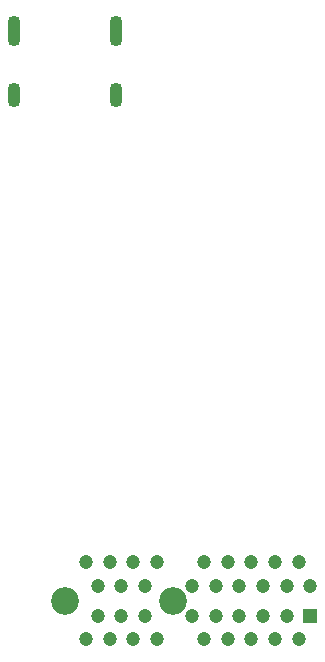
<source format=gbr>
%TF.GenerationSoftware,KiCad,Pcbnew,8.0.8*%
%TF.CreationDate,2025-07-23T18:15:36+02:00*%
%TF.ProjectId,CartridgeMk3ReaderMk6,43617274-7269-4646-9765-4d6b33526561,rev?*%
%TF.SameCoordinates,PX30a32c0PY5466720*%
%TF.FileFunction,Soldermask,Bot*%
%TF.FilePolarity,Negative*%
%FSLAX46Y46*%
G04 Gerber Fmt 4.6, Leading zero omitted, Abs format (unit mm)*
G04 Created by KiCad (PCBNEW 8.0.8) date 2025-07-23 18:15:36*
%MOMM*%
%LPD*%
G01*
G04 APERTURE LIST*
%ADD10C,2.350000*%
%ADD11R,1.200000X1.200000*%
%ADD12C,1.200000*%
%ADD13O,1.100000X2.100000*%
%ADD14O,1.100000X2.600000*%
G04 APERTURE END LIST*
D10*
%TO.C,J1*%
X22350000Y19250000D03*
X13200000Y19250000D03*
D11*
X34000000Y18000000D03*
D12*
X33000000Y16000000D03*
X32000000Y18000000D03*
X31000000Y16000000D03*
X30000000Y18000000D03*
X29000000Y16000000D03*
X28000000Y18000000D03*
X27000000Y16000000D03*
X26000000Y18000000D03*
X25000000Y16000000D03*
X24000000Y18000000D03*
X21000000Y16000000D03*
X20000000Y18000000D03*
X19000000Y16000000D03*
X18000000Y18000000D03*
X17000000Y16000000D03*
X16000000Y18000000D03*
X15000000Y16000000D03*
X34000000Y20500000D03*
X33000000Y22500000D03*
X32000000Y20500000D03*
X31000000Y22500000D03*
X30000000Y20500000D03*
X29000000Y22500000D03*
X28000000Y20500000D03*
X27000000Y22500000D03*
X26000000Y20500000D03*
X25000000Y22500000D03*
X24000000Y20500000D03*
X21000000Y22500000D03*
X20000000Y20500000D03*
X19000000Y22500000D03*
X18000000Y20500000D03*
X17000000Y22500000D03*
X16000000Y20500000D03*
X15000000Y22500000D03*
%TD*%
D13*
%TO.C,J2*%
X17570000Y62110000D03*
D14*
X17570000Y67470000D03*
D13*
X8930000Y62110000D03*
D14*
X8930000Y67470000D03*
%TD*%
M02*

</source>
